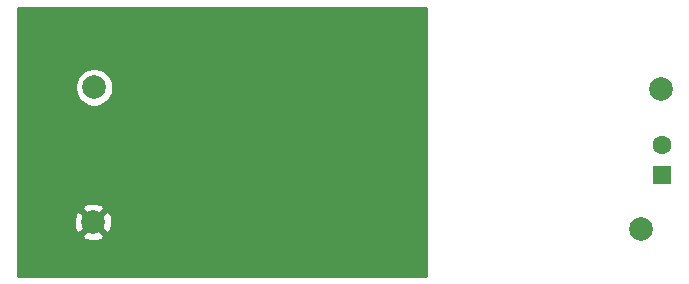
<source format=gbr>
%TF.GenerationSoftware,KiCad,Pcbnew,5.1.9+dfsg1-1*%
%TF.CreationDate,2021-02-27T20:44:50-08:00*%
%TF.ProjectId,hv-supply-test,68762d73-7570-4706-9c79-2d746573742e,rev?*%
%TF.SameCoordinates,Original*%
%TF.FileFunction,Copper,L2,Bot*%
%TF.FilePolarity,Positive*%
%FSLAX46Y46*%
G04 Gerber Fmt 4.6, Leading zero omitted, Abs format (unit mm)*
G04 Created by KiCad (PCBNEW 5.1.9+dfsg1-1) date 2021-02-27 20:44:50*
%MOMM*%
%LPD*%
G01*
G04 APERTURE LIST*
%TA.AperFunction,ComponentPad*%
%ADD10C,2.000000*%
%TD*%
%TA.AperFunction,ComponentPad*%
%ADD11C,1.600000*%
%TD*%
%TA.AperFunction,ComponentPad*%
%ADD12R,1.600000X1.600000*%
%TD*%
%TA.AperFunction,ViaPad*%
%ADD13C,0.800000*%
%TD*%
%TA.AperFunction,Conductor*%
%ADD14C,0.254000*%
%TD*%
%TA.AperFunction,Conductor*%
%ADD15C,0.100000*%
%TD*%
G04 APERTURE END LIST*
D10*
%TO.P,TP4,1*%
%TO.N,/VIN*%
X157100000Y-33400000D03*
%TD*%
%TO.P,TP3,1*%
%TO.N,GND*%
X157000000Y-44800000D03*
%TD*%
%TO.P,TP2,1*%
%TO.N,/VOUT_N*%
X205100000Y-33500000D03*
%TD*%
%TO.P,TP1,1*%
%TO.N,/VOUT_P*%
X203400000Y-45400000D03*
%TD*%
D11*
%TO.P,C4,2*%
%TO.N,/VOUT_N*%
X205200000Y-38300000D03*
D12*
%TO.P,C4,1*%
%TO.N,/VOUT_P*%
X205200000Y-40800000D03*
%TD*%
D13*
%TO.N,GND*%
X168300000Y-41600000D03*
X167500000Y-41600000D03*
X166700000Y-41600000D03*
X168300000Y-40600000D03*
X167500000Y-40600000D03*
X166700000Y-40600000D03*
X168300000Y-39400000D03*
X167500000Y-39400000D03*
X166700000Y-39400000D03*
X160000000Y-44400000D03*
X160900000Y-44400000D03*
X161800000Y-44400000D03*
X162700000Y-44400000D03*
X163600000Y-44400000D03*
X160500000Y-45100000D03*
X161400000Y-45100000D03*
X162300000Y-45100000D03*
X163200000Y-45100000D03*
%TD*%
D14*
%TO.N,GND*%
X185173000Y-49348000D02*
X150652000Y-49348000D01*
X150652000Y-45935413D01*
X156044192Y-45935413D01*
X156139956Y-46199814D01*
X156429571Y-46340704D01*
X156741108Y-46422384D01*
X157062595Y-46441718D01*
X157381675Y-46397961D01*
X157686088Y-46292795D01*
X157860044Y-46199814D01*
X157955808Y-45935413D01*
X157000000Y-44979605D01*
X156044192Y-45935413D01*
X150652000Y-45935413D01*
X150652000Y-44862595D01*
X155358282Y-44862595D01*
X155402039Y-45181675D01*
X155507205Y-45486088D01*
X155600186Y-45660044D01*
X155864587Y-45755808D01*
X156820395Y-44800000D01*
X157179605Y-44800000D01*
X158135413Y-45755808D01*
X158399814Y-45660044D01*
X158540704Y-45370429D01*
X158622384Y-45058892D01*
X158641718Y-44737405D01*
X158597961Y-44418325D01*
X158492795Y-44113912D01*
X158399814Y-43939956D01*
X158135413Y-43844192D01*
X157179605Y-44800000D01*
X156820395Y-44800000D01*
X155864587Y-43844192D01*
X155600186Y-43939956D01*
X155459296Y-44229571D01*
X155377616Y-44541108D01*
X155358282Y-44862595D01*
X150652000Y-44862595D01*
X150652000Y-43664587D01*
X156044192Y-43664587D01*
X157000000Y-44620395D01*
X157955808Y-43664587D01*
X157860044Y-43400186D01*
X157570429Y-43259296D01*
X157258892Y-43177616D01*
X156937405Y-43158282D01*
X156618325Y-43202039D01*
X156313912Y-43307205D01*
X156139956Y-43400186D01*
X156044192Y-43664587D01*
X150652000Y-43664587D01*
X150652000Y-33239755D01*
X155473000Y-33239755D01*
X155473000Y-33560245D01*
X155535525Y-33874578D01*
X155658172Y-34170673D01*
X155836227Y-34437152D01*
X156062848Y-34663773D01*
X156329327Y-34841828D01*
X156625422Y-34964475D01*
X156939755Y-35027000D01*
X157260245Y-35027000D01*
X157574578Y-34964475D01*
X157870673Y-34841828D01*
X158137152Y-34663773D01*
X158363773Y-34437152D01*
X158541828Y-34170673D01*
X158664475Y-33874578D01*
X158727000Y-33560245D01*
X158727000Y-33239755D01*
X158664475Y-32925422D01*
X158541828Y-32629327D01*
X158363773Y-32362848D01*
X158137152Y-32136227D01*
X157870673Y-31958172D01*
X157574578Y-31835525D01*
X157260245Y-31773000D01*
X156939755Y-31773000D01*
X156625422Y-31835525D01*
X156329327Y-31958172D01*
X156062848Y-32136227D01*
X155836227Y-32362848D01*
X155658172Y-32629327D01*
X155535525Y-32925422D01*
X155473000Y-33239755D01*
X150652000Y-33239755D01*
X150652000Y-26652000D01*
X185173000Y-26652000D01*
X185173000Y-49348000D01*
%TA.AperFunction,Conductor*%
D15*
G36*
X185173000Y-49348000D02*
G01*
X150652000Y-49348000D01*
X150652000Y-45935413D01*
X156044192Y-45935413D01*
X156139956Y-46199814D01*
X156429571Y-46340704D01*
X156741108Y-46422384D01*
X157062595Y-46441718D01*
X157381675Y-46397961D01*
X157686088Y-46292795D01*
X157860044Y-46199814D01*
X157955808Y-45935413D01*
X157000000Y-44979605D01*
X156044192Y-45935413D01*
X150652000Y-45935413D01*
X150652000Y-44862595D01*
X155358282Y-44862595D01*
X155402039Y-45181675D01*
X155507205Y-45486088D01*
X155600186Y-45660044D01*
X155864587Y-45755808D01*
X156820395Y-44800000D01*
X157179605Y-44800000D01*
X158135413Y-45755808D01*
X158399814Y-45660044D01*
X158540704Y-45370429D01*
X158622384Y-45058892D01*
X158641718Y-44737405D01*
X158597961Y-44418325D01*
X158492795Y-44113912D01*
X158399814Y-43939956D01*
X158135413Y-43844192D01*
X157179605Y-44800000D01*
X156820395Y-44800000D01*
X155864587Y-43844192D01*
X155600186Y-43939956D01*
X155459296Y-44229571D01*
X155377616Y-44541108D01*
X155358282Y-44862595D01*
X150652000Y-44862595D01*
X150652000Y-43664587D01*
X156044192Y-43664587D01*
X157000000Y-44620395D01*
X157955808Y-43664587D01*
X157860044Y-43400186D01*
X157570429Y-43259296D01*
X157258892Y-43177616D01*
X156937405Y-43158282D01*
X156618325Y-43202039D01*
X156313912Y-43307205D01*
X156139956Y-43400186D01*
X156044192Y-43664587D01*
X150652000Y-43664587D01*
X150652000Y-33239755D01*
X155473000Y-33239755D01*
X155473000Y-33560245D01*
X155535525Y-33874578D01*
X155658172Y-34170673D01*
X155836227Y-34437152D01*
X156062848Y-34663773D01*
X156329327Y-34841828D01*
X156625422Y-34964475D01*
X156939755Y-35027000D01*
X157260245Y-35027000D01*
X157574578Y-34964475D01*
X157870673Y-34841828D01*
X158137152Y-34663773D01*
X158363773Y-34437152D01*
X158541828Y-34170673D01*
X158664475Y-33874578D01*
X158727000Y-33560245D01*
X158727000Y-33239755D01*
X158664475Y-32925422D01*
X158541828Y-32629327D01*
X158363773Y-32362848D01*
X158137152Y-32136227D01*
X157870673Y-31958172D01*
X157574578Y-31835525D01*
X157260245Y-31773000D01*
X156939755Y-31773000D01*
X156625422Y-31835525D01*
X156329327Y-31958172D01*
X156062848Y-32136227D01*
X155836227Y-32362848D01*
X155658172Y-32629327D01*
X155535525Y-32925422D01*
X155473000Y-33239755D01*
X150652000Y-33239755D01*
X150652000Y-26652000D01*
X185173000Y-26652000D01*
X185173000Y-49348000D01*
G37*
%TD.AperFunction*%
%TD*%
M02*

</source>
